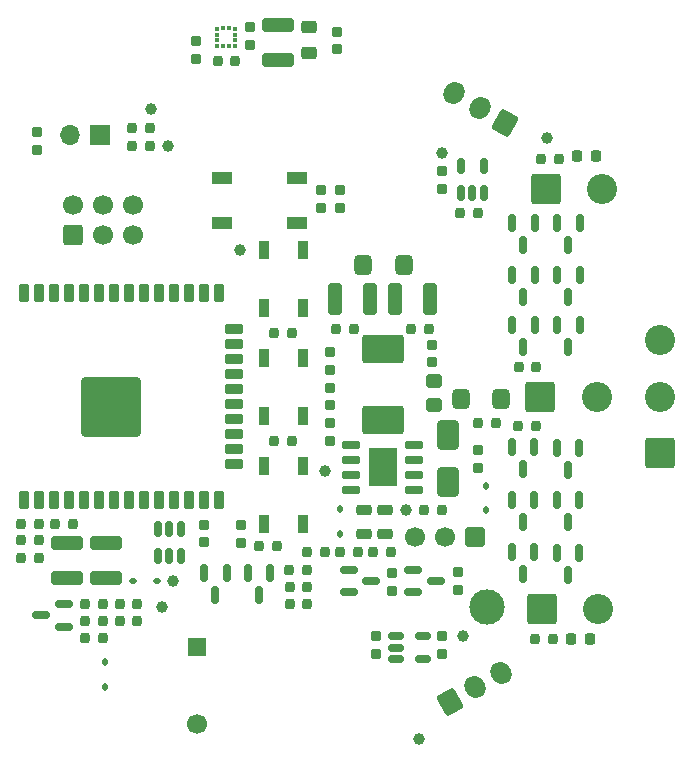
<source format=gbr>
%TF.GenerationSoftware,KiCad,Pcbnew,9.0.0-rc1*%
%TF.CreationDate,2025-03-26T15:14:04+01:00*%
%TF.ProjectId,Robobuoy-Sub-Round-v2_0,526f626f-6275-46f7-992d-5375622d526f,2.0*%
%TF.SameCoordinates,Original*%
%TF.FileFunction,Soldermask,Top*%
%TF.FilePolarity,Negative*%
%FSLAX46Y46*%
G04 Gerber Fmt 4.6, Leading zero omitted, Abs format (unit mm)*
G04 Created by KiCad (PCBNEW 9.0.0-rc1) date 2025-03-26 15:14:04*
%MOMM*%
%LPD*%
G01*
G04 APERTURE LIST*
G04 Aperture macros list*
%AMRoundRect*
0 Rectangle with rounded corners*
0 $1 Rounding radius*
0 $2 $3 $4 $5 $6 $7 $8 $9 X,Y pos of 4 corners*
0 Add a 4 corners polygon primitive as box body*
4,1,4,$2,$3,$4,$5,$6,$7,$8,$9,$2,$3,0*
0 Add four circle primitives for the rounded corners*
1,1,$1+$1,$2,$3*
1,1,$1+$1,$4,$5*
1,1,$1+$1,$6,$7*
1,1,$1+$1,$8,$9*
0 Add four rect primitives between the rounded corners*
20,1,$1+$1,$2,$3,$4,$5,0*
20,1,$1+$1,$4,$5,$6,$7,0*
20,1,$1+$1,$6,$7,$8,$9,0*
20,1,$1+$1,$8,$9,$2,$3,0*%
%AMHorizOval*
0 Thick line with rounded ends*
0 $1 width*
0 $2 $3 position (X,Y) of the first rounded end (center of the circle)*
0 $4 $5 position (X,Y) of the second rounded end (center of the circle)*
0 Add line between two ends*
20,1,$1,$2,$3,$4,$5,0*
0 Add two circle primitives to create the rounded ends*
1,1,$1,$2,$3*
1,1,$1,$4,$5*%
G04 Aperture macros list end*
%ADD10RoundRect,0.150000X-0.150000X0.587500X-0.150000X-0.587500X0.150000X-0.587500X0.150000X0.587500X0*%
%ADD11C,1.000000*%
%ADD12RoundRect,0.200000X-0.250000X0.200000X-0.250000X-0.200000X0.250000X-0.200000X0.250000X0.200000X0*%
%ADD13RoundRect,0.200000X-0.200000X-0.250000X0.200000X-0.250000X0.200000X0.250000X-0.200000X0.250000X0*%
%ADD14RoundRect,0.112500X0.112500X-0.187500X0.112500X0.187500X-0.112500X0.187500X-0.112500X-0.187500X0*%
%ADD15RoundRect,0.112500X-0.187500X-0.112500X0.187500X-0.112500X0.187500X0.112500X-0.187500X0.112500X0*%
%ADD16R,1.700000X1.700000*%
%ADD17O,1.700000X1.700000*%
%ADD18RoundRect,0.090000X0.360000X-0.660000X0.360000X0.660000X-0.360000X0.660000X-0.360000X-0.660000X0*%
%ADD19RoundRect,0.249999X-1.025001X-1.025001X1.025001X-1.025001X1.025001X1.025001X-1.025001X1.025001X0*%
%ADD20C,2.550000*%
%ADD21RoundRect,0.250000X-1.100000X0.325000X-1.100000X-0.325000X1.100000X-0.325000X1.100000X0.325000X0*%
%ADD22RoundRect,0.250000X-0.650000X1.000000X-0.650000X-1.000000X0.650000X-1.000000X0.650000X1.000000X0*%
%ADD23RoundRect,0.200000X0.250000X-0.200000X0.250000X0.200000X-0.250000X0.200000X-0.250000X-0.200000X0*%
%ADD24R,0.375000X0.350000*%
%ADD25R,0.350000X0.375000*%
%ADD26RoundRect,0.200000X0.200000X0.250000X-0.200000X0.250000X-0.200000X-0.250000X0.200000X-0.250000X0*%
%ADD27RoundRect,0.150000X0.587500X0.150000X-0.587500X0.150000X-0.587500X-0.150000X0.587500X-0.150000X0*%
%ADD28RoundRect,0.275000X0.375000X-0.275000X0.375000X0.275000X-0.375000X0.275000X-0.375000X-0.275000X0*%
%ADD29RoundRect,0.300000X0.400000X-0.300000X0.400000X0.300000X-0.400000X0.300000X-0.400000X-0.300000X0*%
%ADD30RoundRect,0.250000X-0.325000X-1.100000X0.325000X-1.100000X0.325000X1.100000X-0.325000X1.100000X0*%
%ADD31RoundRect,0.225000X-0.425000X0.225000X-0.425000X-0.225000X0.425000X-0.225000X0.425000X0.225000X0*%
%ADD32RoundRect,0.206250X0.618750X0.618750X-0.618750X0.618750X-0.618750X-0.618750X0.618750X-0.618750X0*%
%ADD33C,1.700000*%
%ADD34RoundRect,0.218750X0.218750X0.256250X-0.218750X0.256250X-0.218750X-0.256250X0.218750X-0.256250X0*%
%ADD35R,1.650000X1.650000*%
%ADD36RoundRect,0.230769X1.519231X-0.969231X1.519231X0.969231X-1.519231X0.969231X-1.519231X-0.969231X0*%
%ADD37RoundRect,0.150000X0.150000X-0.512500X0.150000X0.512500X-0.150000X0.512500X-0.150000X-0.512500X0*%
%ADD38RoundRect,0.112500X-0.112500X0.187500X-0.112500X-0.187500X0.112500X-0.187500X0.112500X0.187500X0*%
%ADD39C,3.000000*%
%ADD40RoundRect,0.249999X1.025001X-1.025001X1.025001X1.025001X-1.025001X1.025001X-1.025001X-1.025001X0*%
%ADD41RoundRect,0.150000X-0.587500X-0.150000X0.587500X-0.150000X0.587500X0.150000X-0.587500X0.150000X0*%
%ADD42RoundRect,0.225000X0.225000X-0.525000X0.225000X0.525000X-0.225000X0.525000X-0.225000X-0.525000X0*%
%ADD43RoundRect,0.225000X0.525000X0.225000X-0.525000X0.225000X-0.525000X-0.225000X0.525000X-0.225000X0*%
%ADD44RoundRect,0.250000X2.250000X-2.250000X2.250000X2.250000X-2.250000X2.250000X-2.250000X-2.250000X0*%
%ADD45RoundRect,0.375000X-0.375000X-0.475000X0.375000X-0.475000X0.375000X0.475000X-0.375000X0.475000X0*%
%ADD46RoundRect,0.150000X-0.512500X-0.150000X0.512500X-0.150000X0.512500X0.150000X-0.512500X0.150000X0*%
%ADD47RoundRect,0.150000X-0.650000X-0.150000X0.650000X-0.150000X0.650000X0.150000X-0.650000X0.150000X0*%
%ADD48R,2.400000X3.200000*%
%ADD49RoundRect,0.375000X0.375000X0.475000X-0.375000X0.475000X-0.375000X-0.475000X0.375000X-0.475000X0*%
%ADD50RoundRect,0.250000X-0.157115X-0.927868X0.882115X-0.327868X0.157115X0.927868X-0.882115X0.327868X0*%
%ADD51HorizOval,1.700000X-0.062500X0.108253X0.062500X-0.108253X0*%
%ADD52RoundRect,0.250000X0.325000X1.100000X-0.325000X1.100000X-0.325000X-1.100000X0.325000X-1.100000X0*%
%ADD53RoundRect,0.250000X0.882115X0.327868X-0.157115X0.927868X-0.882115X-0.327868X0.157115X-0.927868X0*%
%ADD54HorizOval,1.700000X0.062500X0.108253X-0.062500X-0.108253X0*%
%ADD55R,1.700000X1.000000*%
%ADD56RoundRect,0.250000X0.600000X-0.600000X0.600000X0.600000X-0.600000X0.600000X-0.600000X-0.600000X0*%
G04 APERTURE END LIST*
D10*
%TO.C,Q402*%
X22996273Y-8761636D03*
X21096273Y-8761636D03*
X22046273Y-10636636D03*
%TD*%
D11*
%TO.C,TP202*%
X-11353800Y-15595600D03*
%TD*%
D12*
%TO.C,R211*%
X1905000Y3750000D03*
X1905000Y2250000D03*
%TD*%
D13*
%TO.C,R102*%
X-18834800Y-20447000D03*
X-17334800Y-20447000D03*
%TD*%
D14*
%TO.C,D203*%
X15113000Y-9635200D03*
X15113000Y-7535200D03*
%TD*%
D15*
%TO.C,D202*%
X-14816800Y-15595600D03*
X-12716800Y-15595600D03*
%TD*%
D10*
%TO.C,Q404*%
X19205916Y-13187035D03*
X17305916Y-13187035D03*
X18255916Y-15062035D03*
%TD*%
D16*
%TO.C,SW101*%
X-17539000Y22172000D03*
D17*
X-20079000Y22172000D03*
%TD*%
D10*
%TO.C,Q405*%
X19205916Y-8742035D03*
X17305916Y-8742035D03*
X18255916Y-10617035D03*
%TD*%
D18*
%TO.C,D102*%
X-3700000Y-1614000D03*
X-400000Y-1614000D03*
X-400000Y3286000D03*
X-3700000Y3286000D03*
%TD*%
%TO.C,D103*%
X-3700000Y-10758000D03*
X-400000Y-10758000D03*
X-400000Y-5858000D03*
X-3700000Y-5858000D03*
%TD*%
D19*
%TO.C,J402*%
X19825000Y-17960000D03*
D20*
X24625000Y-17960000D03*
%TD*%
D13*
%TO.C,R404*%
X17843516Y-2516735D03*
X19343516Y-2516735D03*
%TD*%
D21*
%TO.C,C114*%
X-2463800Y31472400D03*
X-2463800Y28522400D03*
%TD*%
D22*
%TO.C,D204*%
X11920000Y-3260000D03*
X11920000Y-7260000D03*
%TD*%
D23*
%TO.C,R213*%
X10515600Y2907600D03*
X10515600Y4407600D03*
%TD*%
D12*
%TO.C,C113*%
X-9474200Y30112400D03*
X-9474200Y28612400D03*
%TD*%
%TO.C,C401*%
X11412000Y-20258000D03*
X11412000Y-21758000D03*
%TD*%
D13*
%TO.C,R209*%
X-6000Y-13134000D03*
X1494000Y-13134000D03*
%TD*%
D24*
%TO.C,U102*%
X-7675300Y31154300D03*
X-7675300Y30654300D03*
X-7675300Y30154300D03*
X-7675300Y29654300D03*
D25*
X-7162800Y29641800D03*
X-6662800Y29641800D03*
D24*
X-6150300Y29654300D03*
X-6150300Y30154300D03*
X-6150300Y30654300D03*
X-6150300Y31154300D03*
D25*
X-6662800Y31166800D03*
X-7162800Y31166800D03*
%TD*%
D26*
%TO.C,R205*%
X7082000Y-13134000D03*
X5582000Y-13134000D03*
%TD*%
%TO.C,R206*%
X-14413800Y-17551400D03*
X-15913800Y-17551400D03*
%TD*%
D23*
%TO.C,C110*%
X2514600Y29399800D03*
X2514600Y30899800D03*
%TD*%
D27*
%TO.C,Q101*%
X-20652500Y-19480700D03*
X-20652500Y-17580700D03*
X-22527500Y-18530700D03*
%TD*%
D28*
%TO.C,FB101*%
X152400Y29075200D03*
X152400Y31275200D03*
%TD*%
D12*
%TO.C,R301*%
X-5606000Y-10860000D03*
X-5606000Y-12360000D03*
%TD*%
D13*
%TO.C,C108*%
X-4070000Y-12626000D03*
X-2570000Y-12626000D03*
%TD*%
D26*
%TO.C,C103*%
X-22745000Y-12118000D03*
X-24245000Y-12118000D03*
%TD*%
D29*
%TO.C,D205*%
X10718800Y-704600D03*
X10718800Y1295400D03*
%TD*%
D21*
%TO.C,C105*%
X-20338000Y-12421000D03*
X-20338000Y-15371000D03*
%TD*%
D30*
%TO.C,C209*%
X7415000Y8255000D03*
X10365000Y8255000D03*
%TD*%
D13*
%TO.C,C101*%
X-21342000Y-10795000D03*
X-19842000Y-10795000D03*
%TD*%
D23*
%TO.C,R105*%
X2755900Y15976600D03*
X2755900Y17476600D03*
%TD*%
D31*
%TO.C,C206*%
X6586000Y-9594000D03*
X6586000Y-11594000D03*
%TD*%
D11*
%TO.C,TP204*%
X1506000Y-6276000D03*
%TD*%
D26*
%TO.C,C102*%
X-22745000Y-10795000D03*
X-24245000Y-10795000D03*
%TD*%
D18*
%TO.C,D101*%
X-3700000Y7530000D03*
X-400000Y7530000D03*
X-400000Y12430000D03*
X-3700000Y12430000D03*
%TD*%
D32*
%TO.C,SW201*%
X14206000Y-11864000D03*
D33*
X11666000Y-11864000D03*
X9126000Y-11864000D03*
%TD*%
D11*
%TO.C,TP201*%
X8364000Y-9578000D03*
%TD*%
D10*
%TO.C,Q407*%
X22996273Y-13206636D03*
X21096273Y-13206636D03*
X22046273Y-15081636D03*
%TD*%
D12*
%TO.C,R212*%
X1905000Y750000D03*
X1905000Y-750000D03*
%TD*%
D34*
%TO.C,D401*%
X23883500Y-20500000D03*
X22308500Y-20500000D03*
%TD*%
D10*
%TO.C,Q401*%
X-6847800Y-14937500D03*
X-8747800Y-14937500D03*
X-7797800Y-16812500D03*
%TD*%
D12*
%TO.C,C202*%
X14460000Y-4510000D03*
X14460000Y-6010000D03*
%TD*%
D13*
%TO.C,C116*%
X-7608000Y28397200D03*
X-6108000Y28397200D03*
%TD*%
D23*
%TO.C,R101*%
X-22878000Y20914000D03*
X-22878000Y22414000D03*
%TD*%
D35*
%TO.C,BZ101*%
X-9372600Y-21184800D03*
D33*
X-9372600Y-27684800D03*
%TD*%
D13*
%TO.C,C203*%
X14472000Y-2212000D03*
X15972000Y-2212000D03*
%TD*%
D36*
%TO.C,L201*%
X6350000Y-2000000D03*
X6350000Y4000000D03*
%TD*%
D11*
%TO.C,TP301*%
X11412000Y20648000D03*
%TD*%
D13*
%TO.C,R303*%
X-1512000Y-16129000D03*
X-12000Y-16129000D03*
%TD*%
D26*
%TO.C,R207*%
X4288000Y-13134000D03*
X2788000Y-13134000D03*
%TD*%
D19*
%TO.C,J201*%
X19685000Y0D03*
D20*
X24485000Y0D03*
%TD*%
D37*
%TO.C,U103*%
X-12652000Y-13509500D03*
X-11702000Y-13509500D03*
X-10752000Y-13509500D03*
X-10752000Y-11234500D03*
X-11702000Y-11234500D03*
X-12652000Y-11234500D03*
%TD*%
D10*
%TO.C,Q304*%
X19220000Y10282500D03*
X17320000Y10282500D03*
X18270000Y8407500D03*
%TD*%
D13*
%TO.C,R104*%
X-14821600Y22758400D03*
X-13321600Y22758400D03*
%TD*%
%TO.C,C107*%
X-2800000Y-3736000D03*
X-1300000Y-3736000D03*
%TD*%
D21*
%TO.C,C106*%
X-17036000Y-12421000D03*
X-17036000Y-15371000D03*
%TD*%
D38*
%TO.C,D104*%
X-17145000Y-22495800D03*
X-17145000Y-24595800D03*
%TD*%
D13*
%TO.C,C111*%
X8775000Y5715000D03*
X10275000Y5715000D03*
%TD*%
D39*
%TO.C,TP203*%
X15214600Y-17830800D03*
%TD*%
D12*
%TO.C,C207*%
X1905000Y-2250000D03*
X1905000Y-3750000D03*
%TD*%
D26*
%TO.C,R405*%
X20798000Y-20500000D03*
X19298000Y-20500000D03*
%TD*%
D40*
%TO.C,J202*%
X29845000Y-4800000D03*
D20*
X29845000Y0D03*
X29845000Y4800000D03*
%TD*%
D10*
%TO.C,Q406*%
X19205916Y-4297035D03*
X17305916Y-4297035D03*
X18255916Y-6172035D03*
%TD*%
%TO.C,Q403*%
X22996273Y-4316636D03*
X21096273Y-4316636D03*
X22046273Y-6191636D03*
%TD*%
%TO.C,Q306*%
X19220000Y6091500D03*
X17320000Y6091500D03*
X18270000Y4216500D03*
%TD*%
D41*
%TO.C,Q202*%
X8968500Y-14682300D03*
X8968500Y-16582300D03*
X10843500Y-15632300D03*
%TD*%
D42*
%TO.C,U101*%
X-24005000Y-8750000D03*
X-22735000Y-8750000D03*
X-21465000Y-8750000D03*
X-20195000Y-8750000D03*
X-18925000Y-8750000D03*
X-17655000Y-8750000D03*
X-16385000Y-8750000D03*
X-15115000Y-8750000D03*
X-13845000Y-8750000D03*
X-12575000Y-8750000D03*
X-11305000Y-8750000D03*
X-10035000Y-8750000D03*
X-8765000Y-8750000D03*
X-7495000Y-8750000D03*
D43*
X-6245000Y-5715000D03*
X-6245000Y-4445000D03*
X-6245000Y-3175000D03*
X-6245000Y-1905000D03*
X-6245000Y-635000D03*
X-6245000Y635000D03*
X-6245000Y1905000D03*
X-6245000Y3175000D03*
X-6245000Y4445000D03*
X-6245000Y5715000D03*
D42*
X-7495000Y8750000D03*
X-8765000Y8750000D03*
X-10035000Y8750000D03*
X-11305000Y8750000D03*
X-12575000Y8750000D03*
X-13845000Y8750000D03*
X-15115000Y8750000D03*
X-16385000Y8750000D03*
X-17655000Y8750000D03*
X-18925000Y8750000D03*
X-20195000Y8750000D03*
X-21465000Y8750000D03*
X-22735000Y8750000D03*
X-24005000Y8750000D03*
D44*
X-16660000Y-860000D03*
%TD*%
D26*
%TO.C,R305*%
X21306000Y20140000D03*
X19806000Y20140000D03*
%TD*%
D10*
%TO.C,Q305*%
X23030000Y6091500D03*
X21130000Y6091500D03*
X22080000Y4216500D03*
%TD*%
%TO.C,Q301*%
X-3164800Y-14962900D03*
X-5064800Y-14962900D03*
X-4114800Y-16837900D03*
%TD*%
D11*
%TO.C,TP102*%
X-12293600Y-17780000D03*
%TD*%
%TO.C,TP101*%
X-5715000Y12420600D03*
%TD*%
D26*
%TO.C,R208*%
X-17309400Y-18973800D03*
X-18809400Y-18973800D03*
%TD*%
D23*
%TO.C,C115*%
X-4876800Y29755400D03*
X-4876800Y31255400D03*
%TD*%
D34*
%TO.C,D301*%
X24391500Y20394000D03*
X22816500Y20394000D03*
%TD*%
D10*
%TO.C,Q307*%
X23030000Y14727500D03*
X21130000Y14727500D03*
X22080000Y12852500D03*
%TD*%
D13*
%TO.C,R103*%
X-14821600Y21234400D03*
X-13321600Y21234400D03*
%TD*%
D23*
%TO.C,R203*%
X7162800Y-16421800D03*
X7162800Y-14921800D03*
%TD*%
D10*
%TO.C,Q302*%
X23030000Y10282500D03*
X21130000Y10282500D03*
X22080000Y8407500D03*
%TD*%
D13*
%TO.C,C204*%
X-15900400Y-18976000D03*
X-14400400Y-18976000D03*
%TD*%
D45*
%TO.C,C211*%
X4726200Y11125200D03*
X8126200Y11125200D03*
%TD*%
D11*
%TO.C,TP104*%
X-13258800Y24358600D03*
%TD*%
D13*
%TO.C,R304*%
X17875600Y2512400D03*
X19375600Y2512400D03*
%TD*%
D41*
%TO.C,Q201*%
X3507500Y-14656900D03*
X3507500Y-16556900D03*
X5382500Y-15606900D03*
%TD*%
D11*
%TO.C,TP401*%
X13190000Y-20246000D03*
%TD*%
D10*
%TO.C,Q303*%
X19220000Y14727500D03*
X17320000Y14727500D03*
X18270000Y12852500D03*
%TD*%
D13*
%TO.C,C109*%
X-2800000Y5408000D03*
X-1300000Y5408000D03*
%TD*%
%TO.C,R210*%
X9900000Y-9578000D03*
X11400000Y-9578000D03*
%TD*%
D23*
%TO.C,R402*%
X5824000Y-21758000D03*
X5824000Y-20258000D03*
%TD*%
D26*
%TO.C,C104*%
X-22745000Y-13642000D03*
X-24245000Y-13642000D03*
%TD*%
D37*
%TO.C,U301*%
X13002000Y17224500D03*
X13952000Y17224500D03*
X14902000Y17224500D03*
X14902000Y19499500D03*
X13002000Y19499500D03*
%TD*%
D11*
%TO.C,TP402*%
X9430800Y-28983600D03*
%TD*%
D46*
%TO.C,U401*%
X7480500Y-20312000D03*
X7480500Y-21262000D03*
X7480500Y-22212000D03*
X9755500Y-22212000D03*
X9755500Y-20312000D03*
%TD*%
D14*
%TO.C,D201*%
X2776000Y-11644000D03*
X2776000Y-9544000D03*
%TD*%
D12*
%TO.C,R202*%
X12700000Y-14871000D03*
X12700000Y-16371000D03*
%TD*%
D26*
%TO.C,R204*%
X-17334800Y-17551400D03*
X-18834800Y-17551400D03*
%TD*%
D47*
%TO.C,U201*%
X3700000Y-4095000D03*
X3700000Y-5365000D03*
X3700000Y-6635000D03*
X3700000Y-7905000D03*
X9000000Y-7905000D03*
X9000000Y-6635000D03*
X9000000Y-5365000D03*
X9000000Y-4095000D03*
D48*
X6350000Y-6000000D03*
%TD*%
D11*
%TO.C,TP302*%
X20302000Y21918000D03*
%TD*%
D49*
%TO.C,C201*%
X16414000Y-180000D03*
X13014000Y-180000D03*
%TD*%
D13*
%TO.C,R403*%
X-1512000Y-17576800D03*
X-12000Y-17576800D03*
%TD*%
D31*
%TO.C,C205*%
X4808000Y-9594000D03*
X4808000Y-11594000D03*
%TD*%
D26*
%TO.C,R302*%
X14448000Y15568000D03*
X12948000Y15568000D03*
%TD*%
D12*
%TO.C,C301*%
X11412000Y19112000D03*
X11412000Y17612000D03*
%TD*%
D19*
%TO.C,J302*%
X20170000Y17600000D03*
D20*
X24970001Y17600000D03*
%TD*%
D50*
%TO.C,J401*%
X12032437Y-25867337D03*
D51*
X14197501Y-24617337D03*
X16362564Y-23367337D03*
%TD*%
D12*
%TO.C,C112*%
X1104900Y17476600D03*
X1104900Y15976600D03*
%TD*%
D52*
%TO.C,C208*%
X5285000Y8255000D03*
X2335000Y8255000D03*
%TD*%
D26*
%TO.C,R201*%
X-37400Y-14706600D03*
X-1537400Y-14706600D03*
%TD*%
D53*
%TO.C,J301*%
X16746000Y23188000D03*
D54*
X14580936Y24438000D03*
X12415873Y25688000D03*
%TD*%
D55*
%TO.C,SW102*%
X-932000Y14684000D03*
X-7232000Y14684000D03*
X-932000Y18484000D03*
X-7232000Y18484000D03*
%TD*%
D56*
%TO.C,J101*%
X-19835000Y13672500D03*
D33*
X-19835000Y16212500D03*
X-17295000Y13672500D03*
X-17295000Y16212500D03*
X-14755000Y13672500D03*
X-14755000Y16212500D03*
%TD*%
D11*
%TO.C,TP103*%
X-11785600Y21234400D03*
%TD*%
D12*
%TO.C,R401*%
X-8788400Y-10832400D03*
X-8788400Y-12332400D03*
%TD*%
D26*
%TO.C,C210*%
X3925000Y5715000D03*
X2425000Y5715000D03*
%TD*%
M02*

</source>
